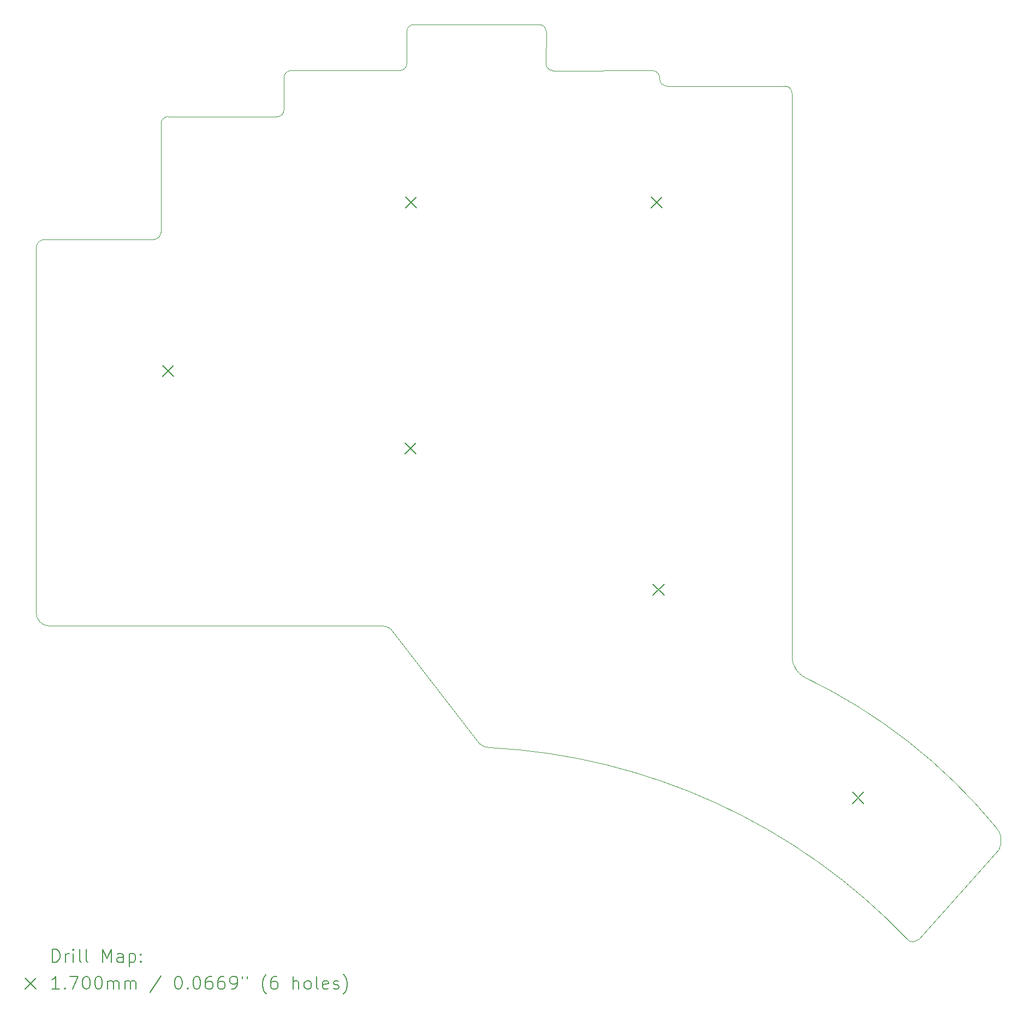
<source format=gbr>
%FSLAX45Y45*%
G04 Gerber Fmt 4.5, Leading zero omitted, Abs format (unit mm)*
G04 Created by KiCad (PCBNEW (6.0.5)) date 2022-10-04 21:26:53*
%MOMM*%
%LPD*%
G01*
G04 APERTURE LIST*
%TA.AperFunction,Profile*%
%ADD10C,0.100000*%
%TD*%
%ADD11C,0.200000*%
%ADD12C,0.170000*%
G04 APERTURE END LIST*
D10*
X-4772000Y4905000D02*
G75*
G03*
X-4881000Y4794000I1000J-110000D01*
G01*
X-8583155Y2285561D02*
G75*
G03*
X-8723000Y2174000I203J-143685D01*
G01*
X1063000Y4665000D02*
X2891000Y4665000D01*
X-8583155Y2285561D02*
X-6899133Y2284710D01*
X6217000Y-7172000D02*
X4962000Y-8575000D01*
X-4881000Y4794000D02*
X-4879133Y4300710D01*
X-813000Y5509000D02*
G75*
G03*
X-926000Y5620000I-110189J843D01*
G01*
X-2975155Y5508561D02*
X-2974644Y5015635D01*
X-926000Y5620000D02*
X-2866000Y5620000D01*
X-6677155Y4192000D02*
X-4988133Y4189710D01*
X-1847000Y-5543000D02*
G75*
G03*
X-1674000Y-5604000I157834J171807D01*
G01*
X-4772000Y4905000D02*
X-3083644Y4904635D01*
X-813000Y5509000D02*
X-816463Y5013473D01*
X4783000Y-8570000D02*
G75*
G03*
X-1674000Y-5604000I-6964601J-6650515D01*
G01*
X3000000Y4554000D02*
X3000000Y-4215000D01*
X6216999Y-7171999D02*
G75*
G03*
X6162000Y-6837000I-268949J127860D01*
G01*
X2999998Y4554000D02*
G75*
G03*
X2891000Y4665000I-108218J2750D01*
G01*
X-8723000Y-3511000D02*
G75*
G03*
X-8523000Y-3714000I202211J-799D01*
G01*
X-8723000Y2174000D02*
X-8723000Y-3511000D01*
X-6786155Y4080000D02*
X-6790133Y2395000D01*
X-8523000Y-3714000D02*
X-3372000Y-3714000D01*
X948000Y4774000D02*
G75*
G03*
X1063000Y4665000I112000J3000D01*
G01*
X-816463Y5013473D02*
G75*
G03*
X-705000Y4904000I110468J995D01*
G01*
X-4988133Y4189710D02*
G75*
G03*
X-4879133Y4300710I-1000J110000D01*
G01*
X-3231000Y-3754000D02*
X-1847000Y-5543000D01*
X6162000Y-6837000D02*
G75*
G03*
X3181000Y-4504000I-6735713J-5535591D01*
G01*
X-705000Y4904000D02*
X839000Y4905000D01*
X-3231000Y-3754000D02*
G75*
G03*
X-3372000Y-3714000I-133168J-200906D01*
G01*
X-6899133Y2284710D02*
G75*
G03*
X-6790133Y2395000I-645J109645D01*
G01*
X-3083644Y4904635D02*
G75*
G03*
X-2974644Y5015635I-1000J110000D01*
G01*
X2999997Y-4215000D02*
G75*
G03*
X3181000Y-4504000I390753J43550D01*
G01*
X-2866000Y5620000D02*
G75*
G03*
X-2975155Y5508561I1142J-110297D01*
G01*
X4783002Y-8569999D02*
G75*
G03*
X4962000Y-8575000I91418J66179D01*
G01*
X-6677155Y4192000D02*
G75*
G03*
X-6786155Y4080000I1500J-110500D01*
G01*
X948000Y4774000D02*
G75*
G03*
X839000Y4905000I-117863J12778D01*
G01*
D11*
D12*
X-6765000Y325000D02*
X-6595000Y155000D01*
X-6595000Y325000D02*
X-6765000Y155000D01*
X-3000000Y-870000D02*
X-2830000Y-1040000D01*
X-2830000Y-870000D02*
X-3000000Y-1040000D01*
X-2994000Y2944000D02*
X-2824000Y2774000D01*
X-2824000Y2944000D02*
X-2994000Y2774000D01*
X815000Y2945000D02*
X985000Y2775000D01*
X985000Y2945000D02*
X815000Y2775000D01*
X845000Y-3067000D02*
X1015000Y-3237000D01*
X1015000Y-3067000D02*
X845000Y-3237000D01*
X3938000Y-6297000D02*
X4108000Y-6467000D01*
X4108000Y-6297000D02*
X3938000Y-6467000D01*
D11*
X-8470383Y-8932154D02*
X-8470383Y-8732154D01*
X-8422764Y-8732154D01*
X-8394192Y-8741678D01*
X-8375144Y-8760725D01*
X-8365621Y-8779773D01*
X-8356097Y-8817868D01*
X-8356097Y-8846440D01*
X-8365621Y-8884535D01*
X-8375144Y-8903582D01*
X-8394192Y-8922630D01*
X-8422764Y-8932154D01*
X-8470383Y-8932154D01*
X-8270382Y-8932154D02*
X-8270382Y-8798820D01*
X-8270382Y-8836916D02*
X-8260859Y-8817868D01*
X-8251335Y-8808344D01*
X-8232287Y-8798820D01*
X-8213240Y-8798820D01*
X-8146573Y-8932154D02*
X-8146573Y-8798820D01*
X-8146573Y-8732154D02*
X-8156097Y-8741678D01*
X-8146573Y-8751201D01*
X-8137049Y-8741678D01*
X-8146573Y-8732154D01*
X-8146573Y-8751201D01*
X-8022763Y-8932154D02*
X-8041811Y-8922630D01*
X-8051335Y-8903582D01*
X-8051335Y-8732154D01*
X-7918002Y-8932154D02*
X-7937049Y-8922630D01*
X-7946573Y-8903582D01*
X-7946573Y-8732154D01*
X-7689430Y-8932154D02*
X-7689430Y-8732154D01*
X-7622763Y-8875011D01*
X-7556097Y-8732154D01*
X-7556097Y-8932154D01*
X-7375144Y-8932154D02*
X-7375144Y-8827392D01*
X-7384668Y-8808344D01*
X-7403716Y-8798820D01*
X-7441811Y-8798820D01*
X-7460859Y-8808344D01*
X-7375144Y-8922630D02*
X-7394192Y-8932154D01*
X-7441811Y-8932154D01*
X-7460859Y-8922630D01*
X-7470382Y-8903582D01*
X-7470382Y-8884535D01*
X-7460859Y-8865487D01*
X-7441811Y-8855963D01*
X-7394192Y-8855963D01*
X-7375144Y-8846440D01*
X-7279906Y-8798820D02*
X-7279906Y-8998820D01*
X-7279906Y-8808344D02*
X-7260859Y-8798820D01*
X-7222763Y-8798820D01*
X-7203716Y-8808344D01*
X-7194192Y-8817868D01*
X-7184668Y-8836916D01*
X-7184668Y-8894059D01*
X-7194192Y-8913106D01*
X-7203716Y-8922630D01*
X-7222763Y-8932154D01*
X-7260859Y-8932154D01*
X-7279906Y-8922630D01*
X-7098954Y-8913106D02*
X-7089430Y-8922630D01*
X-7098954Y-8932154D01*
X-7108478Y-8922630D01*
X-7098954Y-8913106D01*
X-7098954Y-8932154D01*
X-7098954Y-8808344D02*
X-7089430Y-8817868D01*
X-7098954Y-8827392D01*
X-7108478Y-8817868D01*
X-7098954Y-8808344D01*
X-7098954Y-8827392D01*
D12*
X-8898002Y-9176678D02*
X-8728002Y-9346678D01*
X-8728002Y-9176678D02*
X-8898002Y-9346678D01*
D11*
X-8365621Y-9352154D02*
X-8479906Y-9352154D01*
X-8422764Y-9352154D02*
X-8422764Y-9152154D01*
X-8441811Y-9180725D01*
X-8460859Y-9199773D01*
X-8479906Y-9209297D01*
X-8279906Y-9333106D02*
X-8270382Y-9342630D01*
X-8279906Y-9352154D01*
X-8289430Y-9342630D01*
X-8279906Y-9333106D01*
X-8279906Y-9352154D01*
X-8203716Y-9152154D02*
X-8070382Y-9152154D01*
X-8156097Y-9352154D01*
X-7956097Y-9152154D02*
X-7937049Y-9152154D01*
X-7918002Y-9161678D01*
X-7908478Y-9171201D01*
X-7898954Y-9190249D01*
X-7889430Y-9228344D01*
X-7889430Y-9275963D01*
X-7898954Y-9314059D01*
X-7908478Y-9333106D01*
X-7918002Y-9342630D01*
X-7937049Y-9352154D01*
X-7956097Y-9352154D01*
X-7975144Y-9342630D01*
X-7984668Y-9333106D01*
X-7994192Y-9314059D01*
X-8003716Y-9275963D01*
X-8003716Y-9228344D01*
X-7994192Y-9190249D01*
X-7984668Y-9171201D01*
X-7975144Y-9161678D01*
X-7956097Y-9152154D01*
X-7765621Y-9152154D02*
X-7746573Y-9152154D01*
X-7727525Y-9161678D01*
X-7718002Y-9171201D01*
X-7708478Y-9190249D01*
X-7698954Y-9228344D01*
X-7698954Y-9275963D01*
X-7708478Y-9314059D01*
X-7718002Y-9333106D01*
X-7727525Y-9342630D01*
X-7746573Y-9352154D01*
X-7765621Y-9352154D01*
X-7784668Y-9342630D01*
X-7794192Y-9333106D01*
X-7803716Y-9314059D01*
X-7813240Y-9275963D01*
X-7813240Y-9228344D01*
X-7803716Y-9190249D01*
X-7794192Y-9171201D01*
X-7784668Y-9161678D01*
X-7765621Y-9152154D01*
X-7613240Y-9352154D02*
X-7613240Y-9218820D01*
X-7613240Y-9237868D02*
X-7603716Y-9228344D01*
X-7584668Y-9218820D01*
X-7556097Y-9218820D01*
X-7537049Y-9228344D01*
X-7527525Y-9247392D01*
X-7527525Y-9352154D01*
X-7527525Y-9247392D02*
X-7518002Y-9228344D01*
X-7498954Y-9218820D01*
X-7470382Y-9218820D01*
X-7451335Y-9228344D01*
X-7441811Y-9247392D01*
X-7441811Y-9352154D01*
X-7346573Y-9352154D02*
X-7346573Y-9218820D01*
X-7346573Y-9237868D02*
X-7337049Y-9228344D01*
X-7318002Y-9218820D01*
X-7289430Y-9218820D01*
X-7270382Y-9228344D01*
X-7260859Y-9247392D01*
X-7260859Y-9352154D01*
X-7260859Y-9247392D02*
X-7251335Y-9228344D01*
X-7232287Y-9218820D01*
X-7203716Y-9218820D01*
X-7184668Y-9228344D01*
X-7175144Y-9247392D01*
X-7175144Y-9352154D01*
X-6784668Y-9142630D02*
X-6956097Y-9399773D01*
X-6527525Y-9152154D02*
X-6508478Y-9152154D01*
X-6489430Y-9161678D01*
X-6479906Y-9171201D01*
X-6470382Y-9190249D01*
X-6460859Y-9228344D01*
X-6460859Y-9275963D01*
X-6470382Y-9314059D01*
X-6479906Y-9333106D01*
X-6489430Y-9342630D01*
X-6508478Y-9352154D01*
X-6527525Y-9352154D01*
X-6546573Y-9342630D01*
X-6556097Y-9333106D01*
X-6565621Y-9314059D01*
X-6575144Y-9275963D01*
X-6575144Y-9228344D01*
X-6565621Y-9190249D01*
X-6556097Y-9171201D01*
X-6546573Y-9161678D01*
X-6527525Y-9152154D01*
X-6375144Y-9333106D02*
X-6365621Y-9342630D01*
X-6375144Y-9352154D01*
X-6384668Y-9342630D01*
X-6375144Y-9333106D01*
X-6375144Y-9352154D01*
X-6241811Y-9152154D02*
X-6222763Y-9152154D01*
X-6203716Y-9161678D01*
X-6194192Y-9171201D01*
X-6184668Y-9190249D01*
X-6175144Y-9228344D01*
X-6175144Y-9275963D01*
X-6184668Y-9314059D01*
X-6194192Y-9333106D01*
X-6203716Y-9342630D01*
X-6222763Y-9352154D01*
X-6241811Y-9352154D01*
X-6260859Y-9342630D01*
X-6270382Y-9333106D01*
X-6279906Y-9314059D01*
X-6289430Y-9275963D01*
X-6289430Y-9228344D01*
X-6279906Y-9190249D01*
X-6270382Y-9171201D01*
X-6260859Y-9161678D01*
X-6241811Y-9152154D01*
X-6003716Y-9152154D02*
X-6041811Y-9152154D01*
X-6060859Y-9161678D01*
X-6070382Y-9171201D01*
X-6089430Y-9199773D01*
X-6098954Y-9237868D01*
X-6098954Y-9314059D01*
X-6089430Y-9333106D01*
X-6079906Y-9342630D01*
X-6060859Y-9352154D01*
X-6022763Y-9352154D01*
X-6003716Y-9342630D01*
X-5994192Y-9333106D01*
X-5984668Y-9314059D01*
X-5984668Y-9266440D01*
X-5994192Y-9247392D01*
X-6003716Y-9237868D01*
X-6022763Y-9228344D01*
X-6060859Y-9228344D01*
X-6079906Y-9237868D01*
X-6089430Y-9247392D01*
X-6098954Y-9266440D01*
X-5813240Y-9152154D02*
X-5851335Y-9152154D01*
X-5870382Y-9161678D01*
X-5879906Y-9171201D01*
X-5898954Y-9199773D01*
X-5908478Y-9237868D01*
X-5908478Y-9314059D01*
X-5898954Y-9333106D01*
X-5889430Y-9342630D01*
X-5870382Y-9352154D01*
X-5832287Y-9352154D01*
X-5813240Y-9342630D01*
X-5803716Y-9333106D01*
X-5794192Y-9314059D01*
X-5794192Y-9266440D01*
X-5803716Y-9247392D01*
X-5813240Y-9237868D01*
X-5832287Y-9228344D01*
X-5870382Y-9228344D01*
X-5889430Y-9237868D01*
X-5898954Y-9247392D01*
X-5908478Y-9266440D01*
X-5698954Y-9352154D02*
X-5660859Y-9352154D01*
X-5641811Y-9342630D01*
X-5632287Y-9333106D01*
X-5613240Y-9304535D01*
X-5603716Y-9266440D01*
X-5603716Y-9190249D01*
X-5613240Y-9171201D01*
X-5622763Y-9161678D01*
X-5641811Y-9152154D01*
X-5679906Y-9152154D01*
X-5698954Y-9161678D01*
X-5708478Y-9171201D01*
X-5718002Y-9190249D01*
X-5718002Y-9237868D01*
X-5708478Y-9256916D01*
X-5698954Y-9266440D01*
X-5679906Y-9275963D01*
X-5641811Y-9275963D01*
X-5622763Y-9266440D01*
X-5613240Y-9256916D01*
X-5603716Y-9237868D01*
X-5527525Y-9152154D02*
X-5527525Y-9190249D01*
X-5451335Y-9152154D02*
X-5451335Y-9190249D01*
X-5156097Y-9428344D02*
X-5165621Y-9418820D01*
X-5184668Y-9390249D01*
X-5194192Y-9371201D01*
X-5203716Y-9342630D01*
X-5213240Y-9295011D01*
X-5213240Y-9256916D01*
X-5203716Y-9209297D01*
X-5194192Y-9180725D01*
X-5184668Y-9161678D01*
X-5165621Y-9133106D01*
X-5156097Y-9123582D01*
X-4994192Y-9152154D02*
X-5032287Y-9152154D01*
X-5051335Y-9161678D01*
X-5060859Y-9171201D01*
X-5079906Y-9199773D01*
X-5089430Y-9237868D01*
X-5089430Y-9314059D01*
X-5079906Y-9333106D01*
X-5070383Y-9342630D01*
X-5051335Y-9352154D01*
X-5013240Y-9352154D01*
X-4994192Y-9342630D01*
X-4984668Y-9333106D01*
X-4975144Y-9314059D01*
X-4975144Y-9266440D01*
X-4984668Y-9247392D01*
X-4994192Y-9237868D01*
X-5013240Y-9228344D01*
X-5051335Y-9228344D01*
X-5070383Y-9237868D01*
X-5079906Y-9247392D01*
X-5089430Y-9266440D01*
X-4737049Y-9352154D02*
X-4737049Y-9152154D01*
X-4651335Y-9352154D02*
X-4651335Y-9247392D01*
X-4660859Y-9228344D01*
X-4679906Y-9218820D01*
X-4708478Y-9218820D01*
X-4727525Y-9228344D01*
X-4737049Y-9237868D01*
X-4527525Y-9352154D02*
X-4546573Y-9342630D01*
X-4556097Y-9333106D01*
X-4565621Y-9314059D01*
X-4565621Y-9256916D01*
X-4556097Y-9237868D01*
X-4546573Y-9228344D01*
X-4527525Y-9218820D01*
X-4498954Y-9218820D01*
X-4479906Y-9228344D01*
X-4470383Y-9237868D01*
X-4460859Y-9256916D01*
X-4460859Y-9314059D01*
X-4470383Y-9333106D01*
X-4479906Y-9342630D01*
X-4498954Y-9352154D01*
X-4527525Y-9352154D01*
X-4346573Y-9352154D02*
X-4365621Y-9342630D01*
X-4375144Y-9323582D01*
X-4375144Y-9152154D01*
X-4194192Y-9342630D02*
X-4213240Y-9352154D01*
X-4251335Y-9352154D01*
X-4270383Y-9342630D01*
X-4279906Y-9323582D01*
X-4279906Y-9247392D01*
X-4270383Y-9228344D01*
X-4251335Y-9218820D01*
X-4213240Y-9218820D01*
X-4194192Y-9228344D01*
X-4184668Y-9247392D01*
X-4184668Y-9266440D01*
X-4279906Y-9285487D01*
X-4108478Y-9342630D02*
X-4089430Y-9352154D01*
X-4051335Y-9352154D01*
X-4032287Y-9342630D01*
X-4022763Y-9323582D01*
X-4022763Y-9314059D01*
X-4032287Y-9295011D01*
X-4051335Y-9285487D01*
X-4079906Y-9285487D01*
X-4098954Y-9275963D01*
X-4108478Y-9256916D01*
X-4108478Y-9247392D01*
X-4098954Y-9228344D01*
X-4079906Y-9218820D01*
X-4051335Y-9218820D01*
X-4032287Y-9228344D01*
X-3956097Y-9428344D02*
X-3946573Y-9418820D01*
X-3927525Y-9390249D01*
X-3918002Y-9371201D01*
X-3908478Y-9342630D01*
X-3898954Y-9295011D01*
X-3898954Y-9256916D01*
X-3908478Y-9209297D01*
X-3918002Y-9180725D01*
X-3927525Y-9161678D01*
X-3946573Y-9133106D01*
X-3956097Y-9123582D01*
M02*

</source>
